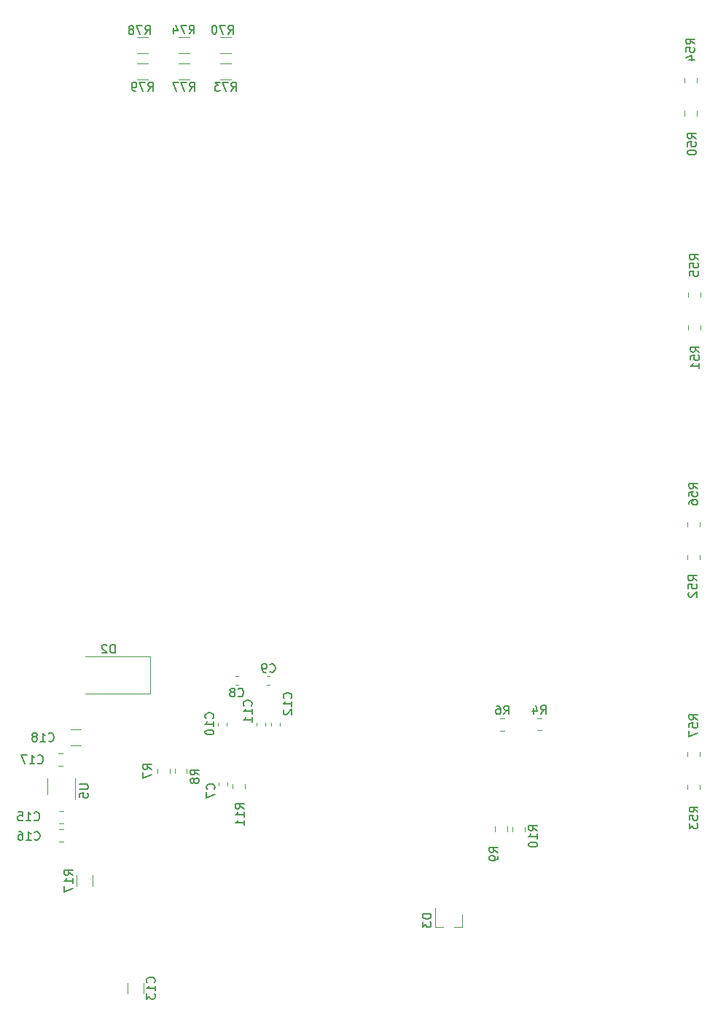
<source format=gbr>
G04 #@! TF.GenerationSoftware,KiCad,Pcbnew,(5.1.0)-1*
G04 #@! TF.CreationDate,2020-06-05T16:09:23+08:00*
G04 #@! TF.ProjectId,vibro_magnet,76696272-6f5f-46d6-9167-6e65742e6b69,rev?*
G04 #@! TF.SameCoordinates,Original*
G04 #@! TF.FileFunction,Legend,Bot*
G04 #@! TF.FilePolarity,Positive*
%FSLAX46Y46*%
G04 Gerber Fmt 4.6, Leading zero omitted, Abs format (unit mm)*
G04 Created by KiCad (PCBNEW (5.1.0)-1) date 2020-06-05 16:09:23*
%MOMM*%
%LPD*%
G04 APERTURE LIST*
%ADD10C,0.120000*%
%ADD11C,0.150000*%
G04 APERTURE END LIST*
D10*
X66510000Y-137650000D02*
X66510000Y-140100000D01*
X63290000Y-139450000D02*
X63290000Y-137650000D01*
X68540000Y-148917936D02*
X68540000Y-150122064D01*
X66720000Y-148917936D02*
X66720000Y-150122064D01*
X84810000Y-138791252D02*
X84810000Y-138268748D01*
X86230000Y-138791252D02*
X86230000Y-138268748D01*
X118740000Y-143270748D02*
X118740000Y-143793252D01*
X117320000Y-143270748D02*
X117320000Y-143793252D01*
X116730000Y-143250748D02*
X116730000Y-143773252D01*
X115310000Y-143250748D02*
X115310000Y-143773252D01*
X78090000Y-137049252D02*
X78090000Y-136526748D01*
X79510000Y-137049252D02*
X79510000Y-136526748D01*
X76090000Y-137049252D02*
X76090000Y-136526748D01*
X77510000Y-137049252D02*
X77510000Y-136526748D01*
X116431252Y-132110000D02*
X115908748Y-132110000D01*
X116431252Y-130690000D02*
X115908748Y-130690000D01*
X120711252Y-132080000D02*
X120188748Y-132080000D01*
X120711252Y-130660000D02*
X120188748Y-130660000D01*
X111502000Y-154878000D02*
X111502000Y-153418000D01*
X108342000Y-154878000D02*
X108342000Y-152718000D01*
X108342000Y-154878000D02*
X109272000Y-154878000D01*
X111502000Y-154878000D02*
X110572000Y-154878000D01*
X75260000Y-123500000D02*
X67710000Y-123500000D01*
X75260000Y-127800000D02*
X67710000Y-127800000D01*
X75260000Y-123500000D02*
X75260000Y-127800000D01*
X67182064Y-133790000D02*
X65977936Y-133790000D01*
X67182064Y-131970000D02*
X65977936Y-131970000D01*
X64598748Y-134750000D02*
X65121252Y-134750000D01*
X64598748Y-136170000D02*
X65121252Y-136170000D01*
X64688748Y-143530000D02*
X65211252Y-143530000D01*
X64688748Y-144950000D02*
X65211252Y-144950000D01*
X64668748Y-141440000D02*
X65191252Y-141440000D01*
X64668748Y-142860000D02*
X65191252Y-142860000D01*
X72630000Y-162592064D02*
X72630000Y-161387936D01*
X74450000Y-162592064D02*
X74450000Y-161387936D01*
X89260000Y-131531267D02*
X89260000Y-131188733D01*
X90280000Y-131531267D02*
X90280000Y-131188733D01*
X87580000Y-131531267D02*
X87580000Y-131188733D01*
X88600000Y-131531267D02*
X88600000Y-131188733D01*
X83130000Y-131561267D02*
X83130000Y-131218733D01*
X84150000Y-131561267D02*
X84150000Y-131218733D01*
X89161267Y-126830000D02*
X88818733Y-126830000D01*
X89161267Y-125810000D02*
X88818733Y-125810000D01*
X85123733Y-125780000D02*
X85466267Y-125780000D01*
X85123733Y-126800000D02*
X85466267Y-126800000D01*
X84250000Y-138168733D02*
X84250000Y-138511267D01*
X83230000Y-138168733D02*
X83230000Y-138511267D01*
X137340000Y-60711252D02*
X137340000Y-60188748D01*
X138760000Y-60711252D02*
X138760000Y-60188748D01*
X137760000Y-85551252D02*
X137760000Y-85028748D01*
X139180000Y-85551252D02*
X139180000Y-85028748D01*
X137660000Y-112215252D02*
X137660000Y-111692748D01*
X139080000Y-112215252D02*
X139080000Y-111692748D01*
X137660000Y-138885252D02*
X137660000Y-138362748D01*
X139080000Y-138885252D02*
X139080000Y-138362748D01*
X138740000Y-56358748D02*
X138740000Y-56881252D01*
X137320000Y-56358748D02*
X137320000Y-56881252D01*
X139190000Y-81198748D02*
X139190000Y-81721252D01*
X137770000Y-81198748D02*
X137770000Y-81721252D01*
X139080000Y-107882748D02*
X139080000Y-108405252D01*
X137660000Y-107882748D02*
X137660000Y-108405252D01*
X139080000Y-134552748D02*
X139080000Y-135075252D01*
X137660000Y-134552748D02*
X137660000Y-135075252D01*
X83411936Y-53428000D02*
X84616064Y-53428000D01*
X83411936Y-51608000D02*
X84616064Y-51608000D01*
X83411936Y-54656000D02*
X84616064Y-54656000D01*
X83411936Y-56476000D02*
X84616064Y-56476000D01*
X78585936Y-51608000D02*
X79790064Y-51608000D01*
X78585936Y-53428000D02*
X79790064Y-53428000D01*
X78585936Y-56476000D02*
X79790064Y-56476000D01*
X78585936Y-54656000D02*
X79790064Y-54656000D01*
X73759936Y-53428000D02*
X74964064Y-53428000D01*
X73759936Y-51608000D02*
X74964064Y-51608000D01*
X73759936Y-54656000D02*
X74964064Y-54656000D01*
X73759936Y-56476000D02*
X74964064Y-56476000D01*
D11*
X67052380Y-138338095D02*
X67861904Y-138338095D01*
X67957142Y-138385714D01*
X68004761Y-138433333D01*
X68052380Y-138528571D01*
X68052380Y-138719047D01*
X68004761Y-138814285D01*
X67957142Y-138861904D01*
X67861904Y-138909523D01*
X67052380Y-138909523D01*
X67052380Y-139861904D02*
X67052380Y-139385714D01*
X67528571Y-139338095D01*
X67480952Y-139385714D01*
X67433333Y-139480952D01*
X67433333Y-139719047D01*
X67480952Y-139814285D01*
X67528571Y-139861904D01*
X67623809Y-139909523D01*
X67861904Y-139909523D01*
X67957142Y-139861904D01*
X68004761Y-139814285D01*
X68052380Y-139719047D01*
X68052380Y-139480952D01*
X68004761Y-139385714D01*
X67957142Y-139338095D01*
X66262380Y-148877142D02*
X65786190Y-148543809D01*
X66262380Y-148305714D02*
X65262380Y-148305714D01*
X65262380Y-148686666D01*
X65310000Y-148781904D01*
X65357619Y-148829523D01*
X65452857Y-148877142D01*
X65595714Y-148877142D01*
X65690952Y-148829523D01*
X65738571Y-148781904D01*
X65786190Y-148686666D01*
X65786190Y-148305714D01*
X66262380Y-149829523D02*
X66262380Y-149258095D01*
X66262380Y-149543809D02*
X65262380Y-149543809D01*
X65405238Y-149448571D01*
X65500476Y-149353333D01*
X65548095Y-149258095D01*
X65262380Y-150162857D02*
X65262380Y-150829523D01*
X66262380Y-150400952D01*
X86142380Y-141177142D02*
X85666190Y-140843809D01*
X86142380Y-140605714D02*
X85142380Y-140605714D01*
X85142380Y-140986666D01*
X85190000Y-141081904D01*
X85237619Y-141129523D01*
X85332857Y-141177142D01*
X85475714Y-141177142D01*
X85570952Y-141129523D01*
X85618571Y-141081904D01*
X85666190Y-140986666D01*
X85666190Y-140605714D01*
X86142380Y-142129523D02*
X86142380Y-141558095D01*
X86142380Y-141843809D02*
X85142380Y-141843809D01*
X85285238Y-141748571D01*
X85380476Y-141653333D01*
X85428095Y-141558095D01*
X86142380Y-143081904D02*
X86142380Y-142510476D01*
X86142380Y-142796190D02*
X85142380Y-142796190D01*
X85285238Y-142700952D01*
X85380476Y-142605714D01*
X85428095Y-142510476D01*
X120212380Y-143707142D02*
X119736190Y-143373809D01*
X120212380Y-143135714D02*
X119212380Y-143135714D01*
X119212380Y-143516666D01*
X119260000Y-143611904D01*
X119307619Y-143659523D01*
X119402857Y-143707142D01*
X119545714Y-143707142D01*
X119640952Y-143659523D01*
X119688571Y-143611904D01*
X119736190Y-143516666D01*
X119736190Y-143135714D01*
X120212380Y-144659523D02*
X120212380Y-144088095D01*
X120212380Y-144373809D02*
X119212380Y-144373809D01*
X119355238Y-144278571D01*
X119450476Y-144183333D01*
X119498095Y-144088095D01*
X119212380Y-145278571D02*
X119212380Y-145373809D01*
X119260000Y-145469047D01*
X119307619Y-145516666D01*
X119402857Y-145564285D01*
X119593333Y-145611904D01*
X119831428Y-145611904D01*
X120021904Y-145564285D01*
X120117142Y-145516666D01*
X120164761Y-145469047D01*
X120212380Y-145373809D01*
X120212380Y-145278571D01*
X120164761Y-145183333D01*
X120117142Y-145135714D01*
X120021904Y-145088095D01*
X119831428Y-145040476D01*
X119593333Y-145040476D01*
X119402857Y-145088095D01*
X119307619Y-145135714D01*
X119260000Y-145183333D01*
X119212380Y-145278571D01*
X115642380Y-146233333D02*
X115166190Y-145900000D01*
X115642380Y-145661904D02*
X114642380Y-145661904D01*
X114642380Y-146042857D01*
X114690000Y-146138095D01*
X114737619Y-146185714D01*
X114832857Y-146233333D01*
X114975714Y-146233333D01*
X115070952Y-146185714D01*
X115118571Y-146138095D01*
X115166190Y-146042857D01*
X115166190Y-145661904D01*
X115642380Y-146709523D02*
X115642380Y-146900000D01*
X115594761Y-146995238D01*
X115547142Y-147042857D01*
X115404285Y-147138095D01*
X115213809Y-147185714D01*
X114832857Y-147185714D01*
X114737619Y-147138095D01*
X114690000Y-147090476D01*
X114642380Y-146995238D01*
X114642380Y-146804761D01*
X114690000Y-146709523D01*
X114737619Y-146661904D01*
X114832857Y-146614285D01*
X115070952Y-146614285D01*
X115166190Y-146661904D01*
X115213809Y-146709523D01*
X115261428Y-146804761D01*
X115261428Y-146995238D01*
X115213809Y-147090476D01*
X115166190Y-147138095D01*
X115070952Y-147185714D01*
X80912380Y-137243333D02*
X80436190Y-136910000D01*
X80912380Y-136671904D02*
X79912380Y-136671904D01*
X79912380Y-137052857D01*
X79960000Y-137148095D01*
X80007619Y-137195714D01*
X80102857Y-137243333D01*
X80245714Y-137243333D01*
X80340952Y-137195714D01*
X80388571Y-137148095D01*
X80436190Y-137052857D01*
X80436190Y-136671904D01*
X80340952Y-137814761D02*
X80293333Y-137719523D01*
X80245714Y-137671904D01*
X80150476Y-137624285D01*
X80102857Y-137624285D01*
X80007619Y-137671904D01*
X79960000Y-137719523D01*
X79912380Y-137814761D01*
X79912380Y-138005238D01*
X79960000Y-138100476D01*
X80007619Y-138148095D01*
X80102857Y-138195714D01*
X80150476Y-138195714D01*
X80245714Y-138148095D01*
X80293333Y-138100476D01*
X80340952Y-138005238D01*
X80340952Y-137814761D01*
X80388571Y-137719523D01*
X80436190Y-137671904D01*
X80531428Y-137624285D01*
X80721904Y-137624285D01*
X80817142Y-137671904D01*
X80864761Y-137719523D01*
X80912380Y-137814761D01*
X80912380Y-138005238D01*
X80864761Y-138100476D01*
X80817142Y-138148095D01*
X80721904Y-138195714D01*
X80531428Y-138195714D01*
X80436190Y-138148095D01*
X80388571Y-138100476D01*
X80340952Y-138005238D01*
X75402380Y-136603333D02*
X74926190Y-136270000D01*
X75402380Y-136031904D02*
X74402380Y-136031904D01*
X74402380Y-136412857D01*
X74450000Y-136508095D01*
X74497619Y-136555714D01*
X74592857Y-136603333D01*
X74735714Y-136603333D01*
X74830952Y-136555714D01*
X74878571Y-136508095D01*
X74926190Y-136412857D01*
X74926190Y-136031904D01*
X74402380Y-136936666D02*
X74402380Y-137603333D01*
X75402380Y-137174761D01*
X116336666Y-130202380D02*
X116670000Y-129726190D01*
X116908095Y-130202380D02*
X116908095Y-129202380D01*
X116527142Y-129202380D01*
X116431904Y-129250000D01*
X116384285Y-129297619D01*
X116336666Y-129392857D01*
X116336666Y-129535714D01*
X116384285Y-129630952D01*
X116431904Y-129678571D01*
X116527142Y-129726190D01*
X116908095Y-129726190D01*
X115479523Y-129202380D02*
X115670000Y-129202380D01*
X115765238Y-129250000D01*
X115812857Y-129297619D01*
X115908095Y-129440476D01*
X115955714Y-129630952D01*
X115955714Y-130011904D01*
X115908095Y-130107142D01*
X115860476Y-130154761D01*
X115765238Y-130202380D01*
X115574761Y-130202380D01*
X115479523Y-130154761D01*
X115431904Y-130107142D01*
X115384285Y-130011904D01*
X115384285Y-129773809D01*
X115431904Y-129678571D01*
X115479523Y-129630952D01*
X115574761Y-129583333D01*
X115765238Y-129583333D01*
X115860476Y-129630952D01*
X115908095Y-129678571D01*
X115955714Y-129773809D01*
X120616666Y-130172380D02*
X120950000Y-129696190D01*
X121188095Y-130172380D02*
X121188095Y-129172380D01*
X120807142Y-129172380D01*
X120711904Y-129220000D01*
X120664285Y-129267619D01*
X120616666Y-129362857D01*
X120616666Y-129505714D01*
X120664285Y-129600952D01*
X120711904Y-129648571D01*
X120807142Y-129696190D01*
X121188095Y-129696190D01*
X119759523Y-129505714D02*
X119759523Y-130172380D01*
X119997619Y-129124761D02*
X120235714Y-129839047D01*
X119616666Y-129839047D01*
X107874380Y-153379904D02*
X106874380Y-153379904D01*
X106874380Y-153618000D01*
X106922000Y-153760857D01*
X107017238Y-153856095D01*
X107112476Y-153903714D01*
X107302952Y-153951333D01*
X107445809Y-153951333D01*
X107636285Y-153903714D01*
X107731523Y-153856095D01*
X107826761Y-153760857D01*
X107874380Y-153618000D01*
X107874380Y-153379904D01*
X106874380Y-154284666D02*
X106874380Y-154903714D01*
X107255333Y-154570380D01*
X107255333Y-154713238D01*
X107302952Y-154808476D01*
X107350571Y-154856095D01*
X107445809Y-154903714D01*
X107683904Y-154903714D01*
X107779142Y-154856095D01*
X107826761Y-154808476D01*
X107874380Y-154713238D01*
X107874380Y-154427523D01*
X107826761Y-154332285D01*
X107779142Y-154284666D01*
X71148095Y-123102380D02*
X71148095Y-122102380D01*
X70910000Y-122102380D01*
X70767142Y-122150000D01*
X70671904Y-122245238D01*
X70624285Y-122340476D01*
X70576666Y-122530952D01*
X70576666Y-122673809D01*
X70624285Y-122864285D01*
X70671904Y-122959523D01*
X70767142Y-123054761D01*
X70910000Y-123102380D01*
X71148095Y-123102380D01*
X70195714Y-122197619D02*
X70148095Y-122150000D01*
X70052857Y-122102380D01*
X69814761Y-122102380D01*
X69719523Y-122150000D01*
X69671904Y-122197619D01*
X69624285Y-122292857D01*
X69624285Y-122388095D01*
X69671904Y-122530952D01*
X70243333Y-123102380D01*
X69624285Y-123102380D01*
X63442857Y-133267142D02*
X63490476Y-133314761D01*
X63633333Y-133362380D01*
X63728571Y-133362380D01*
X63871428Y-133314761D01*
X63966666Y-133219523D01*
X64014285Y-133124285D01*
X64061904Y-132933809D01*
X64061904Y-132790952D01*
X64014285Y-132600476D01*
X63966666Y-132505238D01*
X63871428Y-132410000D01*
X63728571Y-132362380D01*
X63633333Y-132362380D01*
X63490476Y-132410000D01*
X63442857Y-132457619D01*
X62490476Y-133362380D02*
X63061904Y-133362380D01*
X62776190Y-133362380D02*
X62776190Y-132362380D01*
X62871428Y-132505238D01*
X62966666Y-132600476D01*
X63061904Y-132648095D01*
X61919047Y-132790952D02*
X62014285Y-132743333D01*
X62061904Y-132695714D01*
X62109523Y-132600476D01*
X62109523Y-132552857D01*
X62061904Y-132457619D01*
X62014285Y-132410000D01*
X61919047Y-132362380D01*
X61728571Y-132362380D01*
X61633333Y-132410000D01*
X61585714Y-132457619D01*
X61538095Y-132552857D01*
X61538095Y-132600476D01*
X61585714Y-132695714D01*
X61633333Y-132743333D01*
X61728571Y-132790952D01*
X61919047Y-132790952D01*
X62014285Y-132838571D01*
X62061904Y-132886190D01*
X62109523Y-132981428D01*
X62109523Y-133171904D01*
X62061904Y-133267142D01*
X62014285Y-133314761D01*
X61919047Y-133362380D01*
X61728571Y-133362380D01*
X61633333Y-133314761D01*
X61585714Y-133267142D01*
X61538095Y-133171904D01*
X61538095Y-132981428D01*
X61585714Y-132886190D01*
X61633333Y-132838571D01*
X61728571Y-132790952D01*
X62192857Y-135847142D02*
X62240476Y-135894761D01*
X62383333Y-135942380D01*
X62478571Y-135942380D01*
X62621428Y-135894761D01*
X62716666Y-135799523D01*
X62764285Y-135704285D01*
X62811904Y-135513809D01*
X62811904Y-135370952D01*
X62764285Y-135180476D01*
X62716666Y-135085238D01*
X62621428Y-134990000D01*
X62478571Y-134942380D01*
X62383333Y-134942380D01*
X62240476Y-134990000D01*
X62192857Y-135037619D01*
X61240476Y-135942380D02*
X61811904Y-135942380D01*
X61526190Y-135942380D02*
X61526190Y-134942380D01*
X61621428Y-135085238D01*
X61716666Y-135180476D01*
X61811904Y-135228095D01*
X60907142Y-134942380D02*
X60240476Y-134942380D01*
X60669047Y-135942380D01*
X61802857Y-144707142D02*
X61850476Y-144754761D01*
X61993333Y-144802380D01*
X62088571Y-144802380D01*
X62231428Y-144754761D01*
X62326666Y-144659523D01*
X62374285Y-144564285D01*
X62421904Y-144373809D01*
X62421904Y-144230952D01*
X62374285Y-144040476D01*
X62326666Y-143945238D01*
X62231428Y-143850000D01*
X62088571Y-143802380D01*
X61993333Y-143802380D01*
X61850476Y-143850000D01*
X61802857Y-143897619D01*
X60850476Y-144802380D02*
X61421904Y-144802380D01*
X61136190Y-144802380D02*
X61136190Y-143802380D01*
X61231428Y-143945238D01*
X61326666Y-144040476D01*
X61421904Y-144088095D01*
X59993333Y-143802380D02*
X60183809Y-143802380D01*
X60279047Y-143850000D01*
X60326666Y-143897619D01*
X60421904Y-144040476D01*
X60469523Y-144230952D01*
X60469523Y-144611904D01*
X60421904Y-144707142D01*
X60374285Y-144754761D01*
X60279047Y-144802380D01*
X60088571Y-144802380D01*
X59993333Y-144754761D01*
X59945714Y-144707142D01*
X59898095Y-144611904D01*
X59898095Y-144373809D01*
X59945714Y-144278571D01*
X59993333Y-144230952D01*
X60088571Y-144183333D01*
X60279047Y-144183333D01*
X60374285Y-144230952D01*
X60421904Y-144278571D01*
X60469523Y-144373809D01*
X61772857Y-142467142D02*
X61820476Y-142514761D01*
X61963333Y-142562380D01*
X62058571Y-142562380D01*
X62201428Y-142514761D01*
X62296666Y-142419523D01*
X62344285Y-142324285D01*
X62391904Y-142133809D01*
X62391904Y-141990952D01*
X62344285Y-141800476D01*
X62296666Y-141705238D01*
X62201428Y-141610000D01*
X62058571Y-141562380D01*
X61963333Y-141562380D01*
X61820476Y-141610000D01*
X61772857Y-141657619D01*
X60820476Y-142562380D02*
X61391904Y-142562380D01*
X61106190Y-142562380D02*
X61106190Y-141562380D01*
X61201428Y-141705238D01*
X61296666Y-141800476D01*
X61391904Y-141848095D01*
X59915714Y-141562380D02*
X60391904Y-141562380D01*
X60439523Y-142038571D01*
X60391904Y-141990952D01*
X60296666Y-141943333D01*
X60058571Y-141943333D01*
X59963333Y-141990952D01*
X59915714Y-142038571D01*
X59868095Y-142133809D01*
X59868095Y-142371904D01*
X59915714Y-142467142D01*
X59963333Y-142514761D01*
X60058571Y-142562380D01*
X60296666Y-142562380D01*
X60391904Y-142514761D01*
X60439523Y-142467142D01*
X75717142Y-161347142D02*
X75764761Y-161299523D01*
X75812380Y-161156666D01*
X75812380Y-161061428D01*
X75764761Y-160918571D01*
X75669523Y-160823333D01*
X75574285Y-160775714D01*
X75383809Y-160728095D01*
X75240952Y-160728095D01*
X75050476Y-160775714D01*
X74955238Y-160823333D01*
X74860000Y-160918571D01*
X74812380Y-161061428D01*
X74812380Y-161156666D01*
X74860000Y-161299523D01*
X74907619Y-161347142D01*
X75812380Y-162299523D02*
X75812380Y-161728095D01*
X75812380Y-162013809D02*
X74812380Y-162013809D01*
X74955238Y-161918571D01*
X75050476Y-161823333D01*
X75098095Y-161728095D01*
X74812380Y-162632857D02*
X74812380Y-163251904D01*
X75193333Y-162918571D01*
X75193333Y-163061428D01*
X75240952Y-163156666D01*
X75288571Y-163204285D01*
X75383809Y-163251904D01*
X75621904Y-163251904D01*
X75717142Y-163204285D01*
X75764761Y-163156666D01*
X75812380Y-163061428D01*
X75812380Y-162775714D01*
X75764761Y-162680476D01*
X75717142Y-162632857D01*
X91617142Y-128337142D02*
X91664761Y-128289523D01*
X91712380Y-128146666D01*
X91712380Y-128051428D01*
X91664761Y-127908571D01*
X91569523Y-127813333D01*
X91474285Y-127765714D01*
X91283809Y-127718095D01*
X91140952Y-127718095D01*
X90950476Y-127765714D01*
X90855238Y-127813333D01*
X90760000Y-127908571D01*
X90712380Y-128051428D01*
X90712380Y-128146666D01*
X90760000Y-128289523D01*
X90807619Y-128337142D01*
X91712380Y-129289523D02*
X91712380Y-128718095D01*
X91712380Y-129003809D02*
X90712380Y-129003809D01*
X90855238Y-128908571D01*
X90950476Y-128813333D01*
X90998095Y-128718095D01*
X90807619Y-129670476D02*
X90760000Y-129718095D01*
X90712380Y-129813333D01*
X90712380Y-130051428D01*
X90760000Y-130146666D01*
X90807619Y-130194285D01*
X90902857Y-130241904D01*
X90998095Y-130241904D01*
X91140952Y-130194285D01*
X91712380Y-129622857D01*
X91712380Y-130241904D01*
X86977142Y-129207142D02*
X87024761Y-129159523D01*
X87072380Y-129016666D01*
X87072380Y-128921428D01*
X87024761Y-128778571D01*
X86929523Y-128683333D01*
X86834285Y-128635714D01*
X86643809Y-128588095D01*
X86500952Y-128588095D01*
X86310476Y-128635714D01*
X86215238Y-128683333D01*
X86120000Y-128778571D01*
X86072380Y-128921428D01*
X86072380Y-129016666D01*
X86120000Y-129159523D01*
X86167619Y-129207142D01*
X87072380Y-130159523D02*
X87072380Y-129588095D01*
X87072380Y-129873809D02*
X86072380Y-129873809D01*
X86215238Y-129778571D01*
X86310476Y-129683333D01*
X86358095Y-129588095D01*
X87072380Y-131111904D02*
X87072380Y-130540476D01*
X87072380Y-130826190D02*
X86072380Y-130826190D01*
X86215238Y-130730952D01*
X86310476Y-130635714D01*
X86358095Y-130540476D01*
X82537142Y-130667142D02*
X82584761Y-130619523D01*
X82632380Y-130476666D01*
X82632380Y-130381428D01*
X82584761Y-130238571D01*
X82489523Y-130143333D01*
X82394285Y-130095714D01*
X82203809Y-130048095D01*
X82060952Y-130048095D01*
X81870476Y-130095714D01*
X81775238Y-130143333D01*
X81680000Y-130238571D01*
X81632380Y-130381428D01*
X81632380Y-130476666D01*
X81680000Y-130619523D01*
X81727619Y-130667142D01*
X82632380Y-131619523D02*
X82632380Y-131048095D01*
X82632380Y-131333809D02*
X81632380Y-131333809D01*
X81775238Y-131238571D01*
X81870476Y-131143333D01*
X81918095Y-131048095D01*
X81632380Y-132238571D02*
X81632380Y-132333809D01*
X81680000Y-132429047D01*
X81727619Y-132476666D01*
X81822857Y-132524285D01*
X82013333Y-132571904D01*
X82251428Y-132571904D01*
X82441904Y-132524285D01*
X82537142Y-132476666D01*
X82584761Y-132429047D01*
X82632380Y-132333809D01*
X82632380Y-132238571D01*
X82584761Y-132143333D01*
X82537142Y-132095714D01*
X82441904Y-132048095D01*
X82251428Y-132000476D01*
X82013333Y-132000476D01*
X81822857Y-132048095D01*
X81727619Y-132095714D01*
X81680000Y-132143333D01*
X81632380Y-132238571D01*
X89156666Y-125247142D02*
X89204285Y-125294761D01*
X89347142Y-125342380D01*
X89442380Y-125342380D01*
X89585238Y-125294761D01*
X89680476Y-125199523D01*
X89728095Y-125104285D01*
X89775714Y-124913809D01*
X89775714Y-124770952D01*
X89728095Y-124580476D01*
X89680476Y-124485238D01*
X89585238Y-124390000D01*
X89442380Y-124342380D01*
X89347142Y-124342380D01*
X89204285Y-124390000D01*
X89156666Y-124437619D01*
X88680476Y-125342380D02*
X88490000Y-125342380D01*
X88394761Y-125294761D01*
X88347142Y-125247142D01*
X88251904Y-125104285D01*
X88204285Y-124913809D01*
X88204285Y-124532857D01*
X88251904Y-124437619D01*
X88299523Y-124390000D01*
X88394761Y-124342380D01*
X88585238Y-124342380D01*
X88680476Y-124390000D01*
X88728095Y-124437619D01*
X88775714Y-124532857D01*
X88775714Y-124770952D01*
X88728095Y-124866190D01*
X88680476Y-124913809D01*
X88585238Y-124961428D01*
X88394761Y-124961428D01*
X88299523Y-124913809D01*
X88251904Y-124866190D01*
X88204285Y-124770952D01*
X85461666Y-128077142D02*
X85509285Y-128124761D01*
X85652142Y-128172380D01*
X85747380Y-128172380D01*
X85890238Y-128124761D01*
X85985476Y-128029523D01*
X86033095Y-127934285D01*
X86080714Y-127743809D01*
X86080714Y-127600952D01*
X86033095Y-127410476D01*
X85985476Y-127315238D01*
X85890238Y-127220000D01*
X85747380Y-127172380D01*
X85652142Y-127172380D01*
X85509285Y-127220000D01*
X85461666Y-127267619D01*
X84890238Y-127600952D02*
X84985476Y-127553333D01*
X85033095Y-127505714D01*
X85080714Y-127410476D01*
X85080714Y-127362857D01*
X85033095Y-127267619D01*
X84985476Y-127220000D01*
X84890238Y-127172380D01*
X84699761Y-127172380D01*
X84604523Y-127220000D01*
X84556904Y-127267619D01*
X84509285Y-127362857D01*
X84509285Y-127410476D01*
X84556904Y-127505714D01*
X84604523Y-127553333D01*
X84699761Y-127600952D01*
X84890238Y-127600952D01*
X84985476Y-127648571D01*
X85033095Y-127696190D01*
X85080714Y-127791428D01*
X85080714Y-127981904D01*
X85033095Y-128077142D01*
X84985476Y-128124761D01*
X84890238Y-128172380D01*
X84699761Y-128172380D01*
X84604523Y-128124761D01*
X84556904Y-128077142D01*
X84509285Y-127981904D01*
X84509285Y-127791428D01*
X84556904Y-127696190D01*
X84604523Y-127648571D01*
X84699761Y-127600952D01*
X82687142Y-138893333D02*
X82734761Y-138845714D01*
X82782380Y-138702857D01*
X82782380Y-138607619D01*
X82734761Y-138464761D01*
X82639523Y-138369523D01*
X82544285Y-138321904D01*
X82353809Y-138274285D01*
X82210952Y-138274285D01*
X82020476Y-138321904D01*
X81925238Y-138369523D01*
X81830000Y-138464761D01*
X81782380Y-138607619D01*
X81782380Y-138702857D01*
X81830000Y-138845714D01*
X81877619Y-138893333D01*
X81782380Y-139226666D02*
X81782380Y-139893333D01*
X82782380Y-139464761D01*
X138652380Y-63367142D02*
X138176190Y-63033809D01*
X138652380Y-62795714D02*
X137652380Y-62795714D01*
X137652380Y-63176666D01*
X137700000Y-63271904D01*
X137747619Y-63319523D01*
X137842857Y-63367142D01*
X137985714Y-63367142D01*
X138080952Y-63319523D01*
X138128571Y-63271904D01*
X138176190Y-63176666D01*
X138176190Y-62795714D01*
X137652380Y-64271904D02*
X137652380Y-63795714D01*
X138128571Y-63748095D01*
X138080952Y-63795714D01*
X138033333Y-63890952D01*
X138033333Y-64129047D01*
X138080952Y-64224285D01*
X138128571Y-64271904D01*
X138223809Y-64319523D01*
X138461904Y-64319523D01*
X138557142Y-64271904D01*
X138604761Y-64224285D01*
X138652380Y-64129047D01*
X138652380Y-63890952D01*
X138604761Y-63795714D01*
X138557142Y-63748095D01*
X137652380Y-64938571D02*
X137652380Y-65033809D01*
X137700000Y-65129047D01*
X137747619Y-65176666D01*
X137842857Y-65224285D01*
X138033333Y-65271904D01*
X138271428Y-65271904D01*
X138461904Y-65224285D01*
X138557142Y-65176666D01*
X138604761Y-65129047D01*
X138652380Y-65033809D01*
X138652380Y-64938571D01*
X138604761Y-64843333D01*
X138557142Y-64795714D01*
X138461904Y-64748095D01*
X138271428Y-64700476D01*
X138033333Y-64700476D01*
X137842857Y-64748095D01*
X137747619Y-64795714D01*
X137700000Y-64843333D01*
X137652380Y-64938571D01*
X139022380Y-88157142D02*
X138546190Y-87823809D01*
X139022380Y-87585714D02*
X138022380Y-87585714D01*
X138022380Y-87966666D01*
X138070000Y-88061904D01*
X138117619Y-88109523D01*
X138212857Y-88157142D01*
X138355714Y-88157142D01*
X138450952Y-88109523D01*
X138498571Y-88061904D01*
X138546190Y-87966666D01*
X138546190Y-87585714D01*
X138022380Y-89061904D02*
X138022380Y-88585714D01*
X138498571Y-88538095D01*
X138450952Y-88585714D01*
X138403333Y-88680952D01*
X138403333Y-88919047D01*
X138450952Y-89014285D01*
X138498571Y-89061904D01*
X138593809Y-89109523D01*
X138831904Y-89109523D01*
X138927142Y-89061904D01*
X138974761Y-89014285D01*
X139022380Y-88919047D01*
X139022380Y-88680952D01*
X138974761Y-88585714D01*
X138927142Y-88538095D01*
X139022380Y-90061904D02*
X139022380Y-89490476D01*
X139022380Y-89776190D02*
X138022380Y-89776190D01*
X138165238Y-89680952D01*
X138260476Y-89585714D01*
X138308095Y-89490476D01*
X138762380Y-114687142D02*
X138286190Y-114353809D01*
X138762380Y-114115714D02*
X137762380Y-114115714D01*
X137762380Y-114496666D01*
X137810000Y-114591904D01*
X137857619Y-114639523D01*
X137952857Y-114687142D01*
X138095714Y-114687142D01*
X138190952Y-114639523D01*
X138238571Y-114591904D01*
X138286190Y-114496666D01*
X138286190Y-114115714D01*
X137762380Y-115591904D02*
X137762380Y-115115714D01*
X138238571Y-115068095D01*
X138190952Y-115115714D01*
X138143333Y-115210952D01*
X138143333Y-115449047D01*
X138190952Y-115544285D01*
X138238571Y-115591904D01*
X138333809Y-115639523D01*
X138571904Y-115639523D01*
X138667142Y-115591904D01*
X138714761Y-115544285D01*
X138762380Y-115449047D01*
X138762380Y-115210952D01*
X138714761Y-115115714D01*
X138667142Y-115068095D01*
X137857619Y-116020476D02*
X137810000Y-116068095D01*
X137762380Y-116163333D01*
X137762380Y-116401428D01*
X137810000Y-116496666D01*
X137857619Y-116544285D01*
X137952857Y-116591904D01*
X138048095Y-116591904D01*
X138190952Y-116544285D01*
X138762380Y-115972857D01*
X138762380Y-116591904D01*
X138872380Y-141547142D02*
X138396190Y-141213809D01*
X138872380Y-140975714D02*
X137872380Y-140975714D01*
X137872380Y-141356666D01*
X137920000Y-141451904D01*
X137967619Y-141499523D01*
X138062857Y-141547142D01*
X138205714Y-141547142D01*
X138300952Y-141499523D01*
X138348571Y-141451904D01*
X138396190Y-141356666D01*
X138396190Y-140975714D01*
X137872380Y-142451904D02*
X137872380Y-141975714D01*
X138348571Y-141928095D01*
X138300952Y-141975714D01*
X138253333Y-142070952D01*
X138253333Y-142309047D01*
X138300952Y-142404285D01*
X138348571Y-142451904D01*
X138443809Y-142499523D01*
X138681904Y-142499523D01*
X138777142Y-142451904D01*
X138824761Y-142404285D01*
X138872380Y-142309047D01*
X138872380Y-142070952D01*
X138824761Y-141975714D01*
X138777142Y-141928095D01*
X137872380Y-142832857D02*
X137872380Y-143451904D01*
X138253333Y-143118571D01*
X138253333Y-143261428D01*
X138300952Y-143356666D01*
X138348571Y-143404285D01*
X138443809Y-143451904D01*
X138681904Y-143451904D01*
X138777142Y-143404285D01*
X138824761Y-143356666D01*
X138872380Y-143261428D01*
X138872380Y-142975714D01*
X138824761Y-142880476D01*
X138777142Y-142832857D01*
X138492380Y-52397142D02*
X138016190Y-52063809D01*
X138492380Y-51825714D02*
X137492380Y-51825714D01*
X137492380Y-52206666D01*
X137540000Y-52301904D01*
X137587619Y-52349523D01*
X137682857Y-52397142D01*
X137825714Y-52397142D01*
X137920952Y-52349523D01*
X137968571Y-52301904D01*
X138016190Y-52206666D01*
X138016190Y-51825714D01*
X137492380Y-53301904D02*
X137492380Y-52825714D01*
X137968571Y-52778095D01*
X137920952Y-52825714D01*
X137873333Y-52920952D01*
X137873333Y-53159047D01*
X137920952Y-53254285D01*
X137968571Y-53301904D01*
X138063809Y-53349523D01*
X138301904Y-53349523D01*
X138397142Y-53301904D01*
X138444761Y-53254285D01*
X138492380Y-53159047D01*
X138492380Y-52920952D01*
X138444761Y-52825714D01*
X138397142Y-52778095D01*
X137825714Y-54206666D02*
X138492380Y-54206666D01*
X137444761Y-53968571D02*
X138159047Y-53730476D01*
X138159047Y-54349523D01*
X138932380Y-77437142D02*
X138456190Y-77103809D01*
X138932380Y-76865714D02*
X137932380Y-76865714D01*
X137932380Y-77246666D01*
X137980000Y-77341904D01*
X138027619Y-77389523D01*
X138122857Y-77437142D01*
X138265714Y-77437142D01*
X138360952Y-77389523D01*
X138408571Y-77341904D01*
X138456190Y-77246666D01*
X138456190Y-76865714D01*
X137932380Y-78341904D02*
X137932380Y-77865714D01*
X138408571Y-77818095D01*
X138360952Y-77865714D01*
X138313333Y-77960952D01*
X138313333Y-78199047D01*
X138360952Y-78294285D01*
X138408571Y-78341904D01*
X138503809Y-78389523D01*
X138741904Y-78389523D01*
X138837142Y-78341904D01*
X138884761Y-78294285D01*
X138932380Y-78199047D01*
X138932380Y-77960952D01*
X138884761Y-77865714D01*
X138837142Y-77818095D01*
X137932380Y-79294285D02*
X137932380Y-78818095D01*
X138408571Y-78770476D01*
X138360952Y-78818095D01*
X138313333Y-78913333D01*
X138313333Y-79151428D01*
X138360952Y-79246666D01*
X138408571Y-79294285D01*
X138503809Y-79341904D01*
X138741904Y-79341904D01*
X138837142Y-79294285D01*
X138884761Y-79246666D01*
X138932380Y-79151428D01*
X138932380Y-78913333D01*
X138884761Y-78818095D01*
X138837142Y-78770476D01*
X138812380Y-103987142D02*
X138336190Y-103653809D01*
X138812380Y-103415714D02*
X137812380Y-103415714D01*
X137812380Y-103796666D01*
X137860000Y-103891904D01*
X137907619Y-103939523D01*
X138002857Y-103987142D01*
X138145714Y-103987142D01*
X138240952Y-103939523D01*
X138288571Y-103891904D01*
X138336190Y-103796666D01*
X138336190Y-103415714D01*
X137812380Y-104891904D02*
X137812380Y-104415714D01*
X138288571Y-104368095D01*
X138240952Y-104415714D01*
X138193333Y-104510952D01*
X138193333Y-104749047D01*
X138240952Y-104844285D01*
X138288571Y-104891904D01*
X138383809Y-104939523D01*
X138621904Y-104939523D01*
X138717142Y-104891904D01*
X138764761Y-104844285D01*
X138812380Y-104749047D01*
X138812380Y-104510952D01*
X138764761Y-104415714D01*
X138717142Y-104368095D01*
X137812380Y-105796666D02*
X137812380Y-105606190D01*
X137860000Y-105510952D01*
X137907619Y-105463333D01*
X138050476Y-105368095D01*
X138240952Y-105320476D01*
X138621904Y-105320476D01*
X138717142Y-105368095D01*
X138764761Y-105415714D01*
X138812380Y-105510952D01*
X138812380Y-105701428D01*
X138764761Y-105796666D01*
X138717142Y-105844285D01*
X138621904Y-105891904D01*
X138383809Y-105891904D01*
X138288571Y-105844285D01*
X138240952Y-105796666D01*
X138193333Y-105701428D01*
X138193333Y-105510952D01*
X138240952Y-105415714D01*
X138288571Y-105368095D01*
X138383809Y-105320476D01*
X138842380Y-130827142D02*
X138366190Y-130493809D01*
X138842380Y-130255714D02*
X137842380Y-130255714D01*
X137842380Y-130636666D01*
X137890000Y-130731904D01*
X137937619Y-130779523D01*
X138032857Y-130827142D01*
X138175714Y-130827142D01*
X138270952Y-130779523D01*
X138318571Y-130731904D01*
X138366190Y-130636666D01*
X138366190Y-130255714D01*
X137842380Y-131731904D02*
X137842380Y-131255714D01*
X138318571Y-131208095D01*
X138270952Y-131255714D01*
X138223333Y-131350952D01*
X138223333Y-131589047D01*
X138270952Y-131684285D01*
X138318571Y-131731904D01*
X138413809Y-131779523D01*
X138651904Y-131779523D01*
X138747142Y-131731904D01*
X138794761Y-131684285D01*
X138842380Y-131589047D01*
X138842380Y-131350952D01*
X138794761Y-131255714D01*
X138747142Y-131208095D01*
X137842380Y-132112857D02*
X137842380Y-132779523D01*
X138842380Y-132350952D01*
X84322857Y-51232380D02*
X84656190Y-50756190D01*
X84894285Y-51232380D02*
X84894285Y-50232380D01*
X84513333Y-50232380D01*
X84418095Y-50280000D01*
X84370476Y-50327619D01*
X84322857Y-50422857D01*
X84322857Y-50565714D01*
X84370476Y-50660952D01*
X84418095Y-50708571D01*
X84513333Y-50756190D01*
X84894285Y-50756190D01*
X83989523Y-50232380D02*
X83322857Y-50232380D01*
X83751428Y-51232380D01*
X82751428Y-50232380D02*
X82656190Y-50232380D01*
X82560952Y-50280000D01*
X82513333Y-50327619D01*
X82465714Y-50422857D01*
X82418095Y-50613333D01*
X82418095Y-50851428D01*
X82465714Y-51041904D01*
X82513333Y-51137142D01*
X82560952Y-51184761D01*
X82656190Y-51232380D01*
X82751428Y-51232380D01*
X82846666Y-51184761D01*
X82894285Y-51137142D01*
X82941904Y-51041904D01*
X82989523Y-50851428D01*
X82989523Y-50613333D01*
X82941904Y-50422857D01*
X82894285Y-50327619D01*
X82846666Y-50280000D01*
X82751428Y-50232380D01*
X84656857Y-57838380D02*
X84990190Y-57362190D01*
X85228285Y-57838380D02*
X85228285Y-56838380D01*
X84847333Y-56838380D01*
X84752095Y-56886000D01*
X84704476Y-56933619D01*
X84656857Y-57028857D01*
X84656857Y-57171714D01*
X84704476Y-57266952D01*
X84752095Y-57314571D01*
X84847333Y-57362190D01*
X85228285Y-57362190D01*
X84323523Y-56838380D02*
X83656857Y-56838380D01*
X84085428Y-57838380D01*
X83371142Y-56838380D02*
X82752095Y-56838380D01*
X83085428Y-57219333D01*
X82942571Y-57219333D01*
X82847333Y-57266952D01*
X82799714Y-57314571D01*
X82752095Y-57409809D01*
X82752095Y-57647904D01*
X82799714Y-57743142D01*
X82847333Y-57790761D01*
X82942571Y-57838380D01*
X83228285Y-57838380D01*
X83323523Y-57790761D01*
X83371142Y-57743142D01*
X79782857Y-51212380D02*
X80116190Y-50736190D01*
X80354285Y-51212380D02*
X80354285Y-50212380D01*
X79973333Y-50212380D01*
X79878095Y-50260000D01*
X79830476Y-50307619D01*
X79782857Y-50402857D01*
X79782857Y-50545714D01*
X79830476Y-50640952D01*
X79878095Y-50688571D01*
X79973333Y-50736190D01*
X80354285Y-50736190D01*
X79449523Y-50212380D02*
X78782857Y-50212380D01*
X79211428Y-51212380D01*
X77973333Y-50545714D02*
X77973333Y-51212380D01*
X78211428Y-50164761D02*
X78449523Y-50879047D01*
X77830476Y-50879047D01*
X79830857Y-57838380D02*
X80164190Y-57362190D01*
X80402285Y-57838380D02*
X80402285Y-56838380D01*
X80021333Y-56838380D01*
X79926095Y-56886000D01*
X79878476Y-56933619D01*
X79830857Y-57028857D01*
X79830857Y-57171714D01*
X79878476Y-57266952D01*
X79926095Y-57314571D01*
X80021333Y-57362190D01*
X80402285Y-57362190D01*
X79497523Y-56838380D02*
X78830857Y-56838380D01*
X79259428Y-57838380D01*
X78545142Y-56838380D02*
X77878476Y-56838380D01*
X78307047Y-57838380D01*
X74662857Y-51272380D02*
X74996190Y-50796190D01*
X75234285Y-51272380D02*
X75234285Y-50272380D01*
X74853333Y-50272380D01*
X74758095Y-50320000D01*
X74710476Y-50367619D01*
X74662857Y-50462857D01*
X74662857Y-50605714D01*
X74710476Y-50700952D01*
X74758095Y-50748571D01*
X74853333Y-50796190D01*
X75234285Y-50796190D01*
X74329523Y-50272380D02*
X73662857Y-50272380D01*
X74091428Y-51272380D01*
X73139047Y-50700952D02*
X73234285Y-50653333D01*
X73281904Y-50605714D01*
X73329523Y-50510476D01*
X73329523Y-50462857D01*
X73281904Y-50367619D01*
X73234285Y-50320000D01*
X73139047Y-50272380D01*
X72948571Y-50272380D01*
X72853333Y-50320000D01*
X72805714Y-50367619D01*
X72758095Y-50462857D01*
X72758095Y-50510476D01*
X72805714Y-50605714D01*
X72853333Y-50653333D01*
X72948571Y-50700952D01*
X73139047Y-50700952D01*
X73234285Y-50748571D01*
X73281904Y-50796190D01*
X73329523Y-50891428D01*
X73329523Y-51081904D01*
X73281904Y-51177142D01*
X73234285Y-51224761D01*
X73139047Y-51272380D01*
X72948571Y-51272380D01*
X72853333Y-51224761D01*
X72805714Y-51177142D01*
X72758095Y-51081904D01*
X72758095Y-50891428D01*
X72805714Y-50796190D01*
X72853333Y-50748571D01*
X72948571Y-50700952D01*
X75004857Y-57838380D02*
X75338190Y-57362190D01*
X75576285Y-57838380D02*
X75576285Y-56838380D01*
X75195333Y-56838380D01*
X75100095Y-56886000D01*
X75052476Y-56933619D01*
X75004857Y-57028857D01*
X75004857Y-57171714D01*
X75052476Y-57266952D01*
X75100095Y-57314571D01*
X75195333Y-57362190D01*
X75576285Y-57362190D01*
X74671523Y-56838380D02*
X74004857Y-56838380D01*
X74433428Y-57838380D01*
X73576285Y-57838380D02*
X73385809Y-57838380D01*
X73290571Y-57790761D01*
X73242952Y-57743142D01*
X73147714Y-57600285D01*
X73100095Y-57409809D01*
X73100095Y-57028857D01*
X73147714Y-56933619D01*
X73195333Y-56886000D01*
X73290571Y-56838380D01*
X73481047Y-56838380D01*
X73576285Y-56886000D01*
X73623904Y-56933619D01*
X73671523Y-57028857D01*
X73671523Y-57266952D01*
X73623904Y-57362190D01*
X73576285Y-57409809D01*
X73481047Y-57457428D01*
X73290571Y-57457428D01*
X73195333Y-57409809D01*
X73147714Y-57362190D01*
X73100095Y-57266952D01*
M02*

</source>
